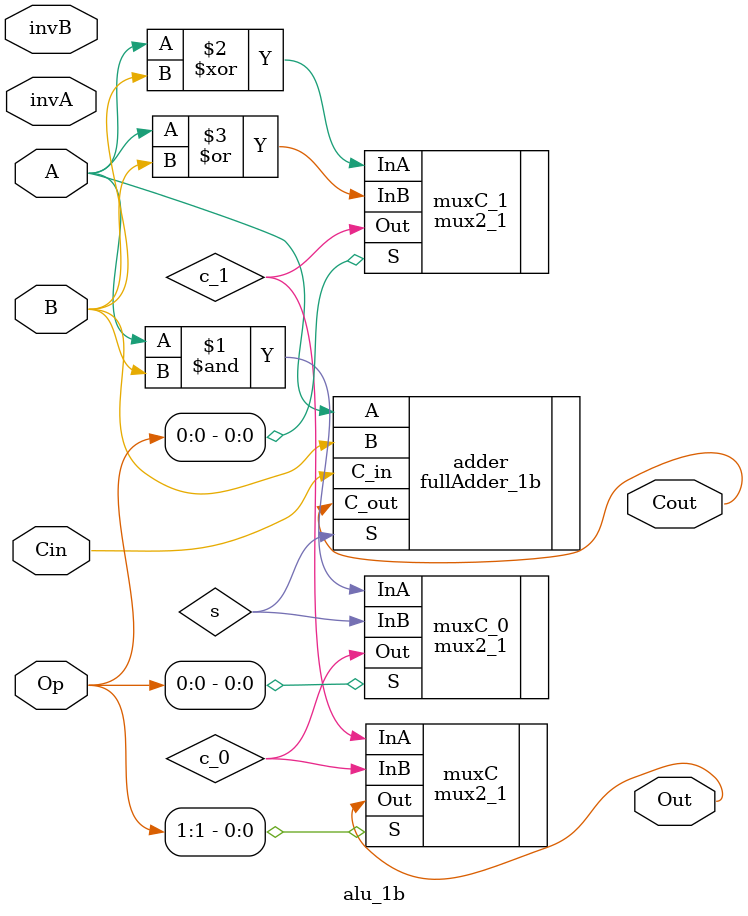
<source format=v>
/*
    CS/ECE 552 Spring '19
    Homework #4, Problem 2

    A 1-bit ALU module.
*/
module alu_1b (A, B, Cin, Op, Out, invA, invB, Cout);

   // and operations (O)
   parameter    O = 2;

   input 	A, invA;
   input 	B, invB;
   input        Cin;
   input [O-1:0] Op;
   output 	Out;
   output         Cout;

	wire c_0, c_1, s;


	//Adder
	fullAdder_1b adder( .A(A), .B(B), .C_in(Cin), .S(s), .C_out(Cout));

	//operation select 4:1 mux
	mux2_1 muxC_0( .InA(A & B), .InB(s), .S(Op[0]), .Out(c_0));
	mux2_1 muxC_1( .InA(A ^ B), .InB(A | B), .S(Op[0]), .Out(c_1));
	mux2_1 muxC( .InA(c_1), .InB(c_0), .S(Op[1]), .Out(Out));





endmodule

</source>
